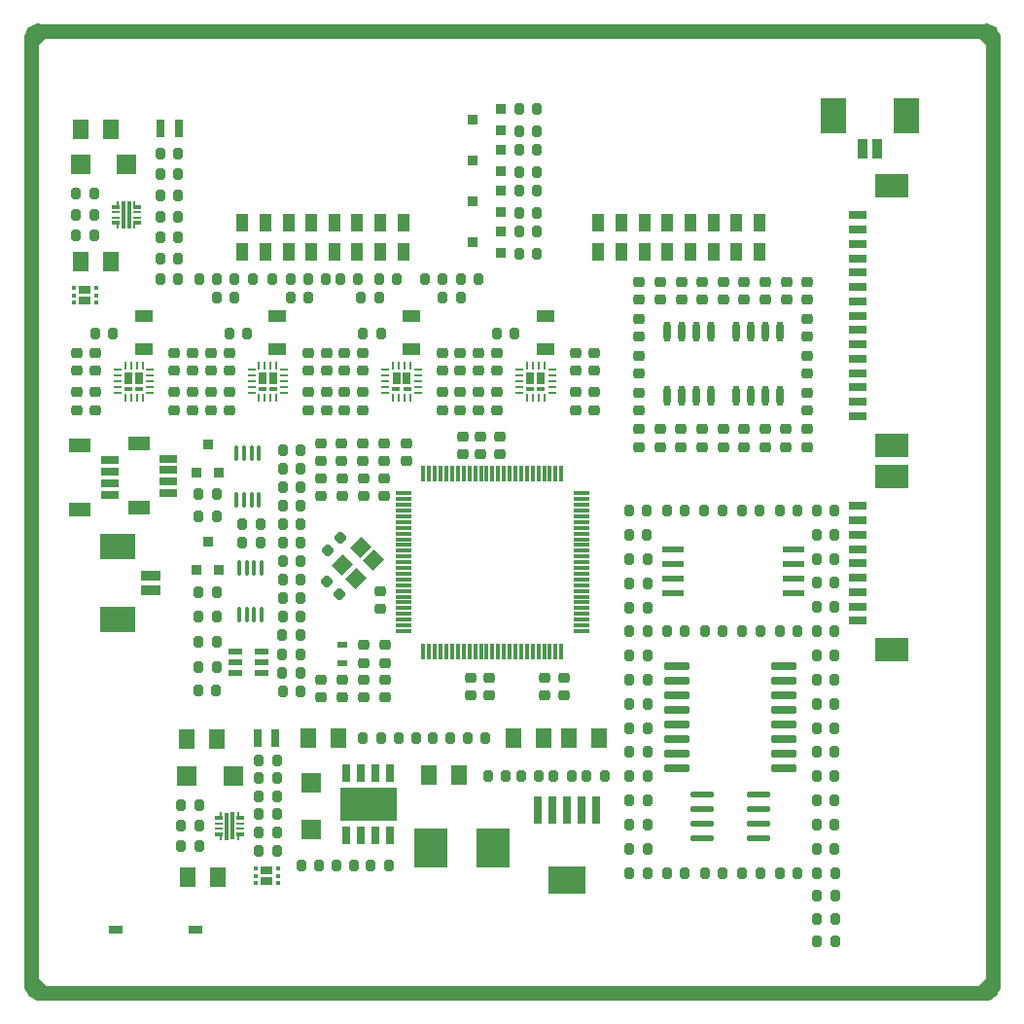
<source format=gtp>
G04*
G04 #@! TF.GenerationSoftware,Altium Limited,Altium Designer,24.1.2 (44)*
G04*
G04 Layer_Color=8421504*
%FSLAX44Y44*%
%MOMM*%
G71*
G04*
G04 #@! TF.SameCoordinates,FCEE4AF4-6A06-48D6-82EE-D5922FD24EB1*
G04*
G04*
G04 #@! TF.FilePolarity,Positive*
G04*
G01*
G75*
%ADD25C,1.2300*%
G04:AMPARAMS|DCode=26|XSize=3.2mm|YSize=2.4mm|CornerRadius=0.048mm|HoleSize=0mm|Usage=FLASHONLY|Rotation=0.000|XOffset=0mm|YOffset=0mm|HoleType=Round|Shape=RoundedRectangle|*
%AMROUNDEDRECTD26*
21,1,3.2000,2.3040,0,0,0.0*
21,1,3.1040,2.4000,0,0,0.0*
1,1,0.0960,1.5520,-1.1520*
1,1,0.0960,-1.5520,-1.1520*
1,1,0.0960,-1.5520,1.1520*
1,1,0.0960,1.5520,1.1520*
%
%ADD26ROUNDEDRECTD26*%
G04:AMPARAMS|DCode=27|XSize=0.7mm|YSize=2.4mm|CornerRadius=0.049mm|HoleSize=0mm|Usage=FLASHONLY|Rotation=0.000|XOffset=0mm|YOffset=0mm|HoleType=Round|Shape=RoundedRectangle|*
%AMROUNDEDRECTD27*
21,1,0.7000,2.3020,0,0,0.0*
21,1,0.6020,2.4000,0,0,0.0*
1,1,0.0980,0.3010,-1.1510*
1,1,0.0980,-0.3010,-1.1510*
1,1,0.0980,-0.3010,1.1510*
1,1,0.0980,0.3010,1.1510*
%
%ADD27ROUNDEDRECTD27*%
%ADD28R,2.2098X3.0988*%
%ADD29R,0.8128X1.7018*%
%ADD30R,0.2500X0.6500*%
%ADD31R,0.6500X0.3000*%
%ADD32R,0.7000X1.0000*%
%ADD33R,0.6500X0.2500*%
%ADD34R,0.6500X0.2286*%
%ADD35R,1.5000X1.0000*%
G04:AMPARAMS|DCode=36|XSize=1.55mm|YSize=0.6mm|CornerRadius=0.03mm|HoleSize=0mm|Usage=FLASHONLY|Rotation=90.000|XOffset=0mm|YOffset=0mm|HoleType=Round|Shape=RoundedRectangle|*
%AMROUNDEDRECTD36*
21,1,1.5500,0.5400,0,0,90.0*
21,1,1.4900,0.6000,0,0,90.0*
1,1,0.0600,0.2700,0.7450*
1,1,0.0600,0.2700,-0.7450*
1,1,0.0600,-0.2700,-0.7450*
1,1,0.0600,-0.2700,0.7450*
%
%ADD36ROUNDEDRECTD36*%
%ADD37R,4.9000X2.9500*%
%ADD38R,0.3300X1.3500*%
%ADD39R,1.3500X0.3300*%
%ADD40R,1.9050X1.2954*%
%ADD41R,1.5494X0.6604*%
%ADD42O,0.3500X1.4000*%
%ADD43R,0.9000X0.9500*%
%ADD44R,1.8000X1.8000*%
%ADD45R,1.8000X1.8000*%
%ADD46R,1.2000X0.6000*%
%ADD47R,1.4000X1.8000*%
%ADD48R,0.3000X2.4000*%
%ADD49R,0.6500X0.3000*%
%ADD50R,0.9000X0.6000*%
%ADD51R,0.8000X1.5000*%
%ADD52R,0.7000X1.5000*%
%ADD53R,1.0000X1.5000*%
%ADD54R,3.0000X2.1000*%
%ADD55R,1.6000X0.8000*%
%ADD56R,1.7018X0.8128*%
%ADD57R,3.0988X2.2098*%
G04:AMPARAMS|DCode=58|XSize=2.16mm|YSize=0.72mm|CornerRadius=0.18mm|HoleSize=0mm|Usage=FLASHONLY|Rotation=0.000|XOffset=0mm|YOffset=0mm|HoleType=Round|Shape=RoundedRectangle|*
%AMROUNDEDRECTD58*
21,1,2.1600,0.3600,0,0,0.0*
21,1,1.8000,0.7200,0,0,0.0*
1,1,0.3600,0.9000,-0.1800*
1,1,0.3600,-0.9000,-0.1800*
1,1,0.3600,-0.9000,0.1800*
1,1,0.3600,0.9000,0.1800*
%
%ADD58ROUNDEDRECTD58*%
%ADD59R,2.9500X3.5000*%
%ADD60R,1.9539X0.5821*%
%ADD61R,0.4500X0.3000*%
G04:AMPARAMS|DCode=62|XSize=0.95mm|YSize=0.85mm|CornerRadius=0.2125mm|HoleSize=0mm|Usage=FLASHONLY|Rotation=0.000|XOffset=0mm|YOffset=0mm|HoleType=Round|Shape=RoundedRectangle|*
%AMROUNDEDRECTD62*
21,1,0.9500,0.4250,0,0,0.0*
21,1,0.5250,0.8500,0,0,0.0*
1,1,0.4250,0.2625,-0.2125*
1,1,0.4250,-0.2625,-0.2125*
1,1,0.4250,-0.2625,0.2125*
1,1,0.4250,0.2625,0.2125*
%
%ADD62ROUNDEDRECTD62*%
%ADD63O,0.6000X1.8000*%
G04:AMPARAMS|DCode=64|XSize=0.95mm|YSize=0.85mm|CornerRadius=0.2125mm|HoleSize=0mm|Usage=FLASHONLY|Rotation=90.000|XOffset=0mm|YOffset=0mm|HoleType=Round|Shape=RoundedRectangle|*
%AMROUNDEDRECTD64*
21,1,0.9500,0.4250,0,0,90.0*
21,1,0.5250,0.8500,0,0,90.0*
1,1,0.4250,0.2125,0.2625*
1,1,0.4250,0.2125,-0.2625*
1,1,0.4250,-0.2125,-0.2625*
1,1,0.4250,-0.2125,0.2625*
%
%ADD64ROUNDEDRECTD64*%
G04:AMPARAMS|DCode=65|XSize=0.95mm|YSize=0.85mm|CornerRadius=0.2125mm|HoleSize=0mm|Usage=FLASHONLY|Rotation=45.000|XOffset=0mm|YOffset=0mm|HoleType=Round|Shape=RoundedRectangle|*
%AMROUNDEDRECTD65*
21,1,0.9500,0.4250,0,0,45.0*
21,1,0.5250,0.8500,0,0,45.0*
1,1,0.4250,0.3359,0.0354*
1,1,0.4250,-0.0354,-0.3359*
1,1,0.4250,-0.3359,-0.0354*
1,1,0.4250,0.0354,0.3359*
%
%ADD65ROUNDEDRECTD65*%
G04:AMPARAMS|DCode=66|XSize=1.4mm|YSize=1.2mm|CornerRadius=0mm|HoleSize=0mm|Usage=FLASHONLY|Rotation=45.000|XOffset=0mm|YOffset=0mm|HoleType=Round|Shape=Rectangle|*
%AMROTATEDRECTD66*
4,1,4,-0.0707,-0.9192,-0.9192,-0.0707,0.0707,0.9192,0.9192,0.0707,-0.0707,-0.9192,0.0*
%
%ADD66ROTATEDRECTD66*%

%ADD67R,1.2000X0.8000*%
G04:AMPARAMS|DCode=68|XSize=0.95mm|YSize=0.85mm|CornerRadius=0.2125mm|HoleSize=0mm|Usage=FLASHONLY|Rotation=315.000|XOffset=0mm|YOffset=0mm|HoleType=Round|Shape=RoundedRectangle|*
%AMROUNDEDRECTD68*
21,1,0.9500,0.4250,0,0,315.0*
21,1,0.5250,0.8500,0,0,315.0*
1,1,0.4250,0.0354,-0.3359*
1,1,0.4250,-0.3359,0.0354*
1,1,0.4250,-0.0354,0.3359*
1,1,0.4250,0.3359,-0.0354*
%
%ADD68ROUNDEDRECTD68*%
%ADD69R,0.9500X0.9000*%
G04:AMPARAMS|DCode=70|XSize=1.96mm|YSize=0.57mm|CornerRadius=0.1397mm|HoleSize=0mm|Usage=FLASHONLY|Rotation=0.000|XOffset=0mm|YOffset=0mm|HoleType=Round|Shape=RoundedRectangle|*
%AMROUNDEDRECTD70*
21,1,1.9600,0.2907,0,0,0.0*
21,1,1.6807,0.5700,0,0,0.0*
1,1,0.2793,0.8404,-0.1454*
1,1,0.2793,-0.8404,-0.1454*
1,1,0.2793,-0.8404,0.1454*
1,1,0.2793,0.8404,0.1454*
%
%ADD70ROUNDEDRECTD70*%
G36*
X837997Y837997D02*
X837984Y830638D01*
X837837D01*
X830440Y838035D01*
X837959D01*
X837997Y837997D01*
D02*
G37*
G36*
X19362Y837984D02*
Y837837D01*
X11965Y830440D01*
Y837959D01*
X12003Y837997D01*
X19362Y837984D01*
D02*
G37*
G36*
X57484Y621488D02*
X57576Y621460D01*
X57661Y621415D01*
X57735Y621354D01*
X57796Y621279D01*
X57841Y621195D01*
X57869Y621103D01*
X57878Y621007D01*
Y614987D01*
X57869Y614892D01*
X57841Y614800D01*
X57796Y614715D01*
X57735Y614641D01*
X57661Y614580D01*
X57576Y614534D01*
X57484Y614507D01*
X57388Y614497D01*
X48368D01*
X48273Y614507D01*
X48181Y614534D01*
X48096Y614580D01*
X48022Y614641D01*
X47961Y614715D01*
X47916Y614800D01*
X47888Y614892D01*
X47878Y614987D01*
Y621007D01*
X47888Y621103D01*
X47916Y621195D01*
X47961Y621279D01*
X48022Y621354D01*
X48096Y621415D01*
X48181Y621460D01*
X48273Y621488D01*
X48368Y621497D01*
X57388D01*
X57484Y621488D01*
D02*
G37*
G36*
Y612488D02*
X57576Y612460D01*
X57661Y612415D01*
X57735Y612354D01*
X57796Y612279D01*
X57841Y612195D01*
X57869Y612103D01*
X57878Y612007D01*
Y605987D01*
X57869Y605892D01*
X57841Y605800D01*
X57796Y605715D01*
X57735Y605641D01*
X57661Y605580D01*
X57576Y605535D01*
X57484Y605507D01*
X57388Y605497D01*
X48368D01*
X48273Y605507D01*
X48181Y605535D01*
X48096Y605580D01*
X48022Y605641D01*
X47961Y605715D01*
X47916Y605800D01*
X47888Y605892D01*
X47878Y605987D01*
Y612007D01*
X47888Y612103D01*
X47916Y612195D01*
X47961Y612279D01*
X48022Y612354D01*
X48096Y612415D01*
X48181Y612460D01*
X48273Y612488D01*
X48368Y612497D01*
X57388D01*
X57484Y612488D01*
D02*
G37*
G36*
X315220Y157180D02*
X284220D01*
Y183180D01*
X315220D01*
Y157180D01*
D02*
G37*
G36*
X215764Y116035D02*
X215856Y116008D01*
X215940Y115962D01*
X216014Y115901D01*
X216075Y115827D01*
X216121Y115742D01*
X216148Y115651D01*
X216158Y115555D01*
Y109535D01*
X216148Y109439D01*
X216121Y109347D01*
X216075Y109263D01*
X216014Y109188D01*
X215940Y109128D01*
X215856Y109082D01*
X215764Y109054D01*
X215668Y109045D01*
X206648D01*
X206552Y109054D01*
X206460Y109082D01*
X206376Y109128D01*
X206301Y109188D01*
X206241Y109263D01*
X206195Y109347D01*
X206167Y109439D01*
X206158Y109535D01*
Y115555D01*
X206167Y115651D01*
X206195Y115742D01*
X206241Y115827D01*
X206301Y115901D01*
X206376Y115962D01*
X206460Y116008D01*
X206552Y116035D01*
X206648Y116045D01*
X215668D01*
X215764Y116035D01*
D02*
G37*
G36*
Y107036D02*
X215856Y107008D01*
X215940Y106962D01*
X216014Y106901D01*
X216075Y106827D01*
X216121Y106742D01*
X216148Y106650D01*
X216158Y106555D01*
Y100535D01*
X216148Y100439D01*
X216121Y100347D01*
X216075Y100263D01*
X216014Y100188D01*
X215940Y100127D01*
X215856Y100082D01*
X215764Y100054D01*
X215668Y100045D01*
X206648D01*
X206552Y100054D01*
X206460Y100082D01*
X206376Y100127D01*
X206301Y100188D01*
X206241Y100263D01*
X206195Y100347D01*
X206167Y100439D01*
X206158Y100535D01*
Y106555D01*
X206167Y106650D01*
X206195Y106742D01*
X206241Y106827D01*
X206301Y106901D01*
X206376Y106962D01*
X206460Y107008D01*
X206552Y107036D01*
X206648Y107045D01*
X215668D01*
X215764Y107036D01*
D02*
G37*
G36*
X838035Y12041D02*
X837997Y12003D01*
X830638Y12016D01*
Y12163D01*
X838035Y19560D01*
Y12041D01*
D02*
G37*
G36*
X19560Y11965D02*
X12041D01*
X12003Y12003D01*
X12016Y19362D01*
X12163D01*
X19560Y11965D01*
D02*
G37*
D25*
X843653Y837997D02*
G03*
X838020Y843646I-5650J0D01*
G01*
X838003Y6347D02*
G03*
X843653Y11984I0J5650D01*
G01*
X6353Y11997D02*
G03*
X11991Y6347I5650J0D01*
G01*
X12003Y843647D02*
G03*
X6353Y838009I0J-5650D01*
G01*
X843653Y11997D02*
X843653Y837971D01*
X12003Y6347D02*
X837978Y6347D01*
X12021Y843647D02*
X838003Y843646D01*
X6353Y12022D02*
X6353Y837997D01*
D26*
X472438Y104620D02*
D03*
D27*
X447038Y165120D02*
D03*
X459738D02*
D03*
X472438D02*
D03*
X485138D02*
D03*
X497838D02*
D03*
D28*
X704850Y769575D02*
D03*
X768350D02*
D03*
D29*
X730350Y740575D02*
D03*
X742850D02*
D03*
D30*
X437707Y552437D02*
D03*
Y524237D02*
D03*
X442707D02*
D03*
X447707D02*
D03*
X452707D02*
D03*
X442707Y552437D02*
D03*
X447707D02*
D03*
X452707D02*
D03*
X321138D02*
D03*
Y524237D02*
D03*
X326138D02*
D03*
X331138D02*
D03*
X336138D02*
D03*
X326138Y552437D02*
D03*
X331138D02*
D03*
X336138D02*
D03*
X204570D02*
D03*
Y524237D02*
D03*
X209570D02*
D03*
X214570D02*
D03*
X219570D02*
D03*
X209570Y552437D02*
D03*
X214570D02*
D03*
X219570D02*
D03*
X88001D02*
D03*
Y524237D02*
D03*
X93001D02*
D03*
X98001D02*
D03*
X103001D02*
D03*
X93001Y552437D02*
D03*
X98001D02*
D03*
X103001D02*
D03*
X186018Y160007D02*
D03*
X171518D02*
D03*
X171518Y142507D02*
D03*
X185989D02*
D03*
X96199Y692010D02*
D03*
X81699D02*
D03*
X81699Y674510D02*
D03*
X96169D02*
D03*
D31*
X440457Y531834D02*
D03*
X449957D02*
D03*
X323889D02*
D03*
X333388D02*
D03*
X207320D02*
D03*
X216820D02*
D03*
X90752D02*
D03*
X100252D02*
D03*
D32*
X440707Y541337D02*
D03*
X449707D02*
D03*
X324138D02*
D03*
X333139D02*
D03*
X207570D02*
D03*
X216570D02*
D03*
X91002D02*
D03*
X100001D02*
D03*
D33*
X430957Y528337D02*
D03*
Y533337D02*
D03*
Y543337D02*
D03*
Y548337D02*
D03*
X459457D02*
D03*
Y543337D02*
D03*
Y538337D02*
D03*
Y533337D02*
D03*
Y528337D02*
D03*
X314389D02*
D03*
Y533337D02*
D03*
Y543337D02*
D03*
Y548337D02*
D03*
X342888D02*
D03*
Y543337D02*
D03*
Y538337D02*
D03*
Y533337D02*
D03*
Y528337D02*
D03*
X197820D02*
D03*
Y533337D02*
D03*
Y543337D02*
D03*
Y548337D02*
D03*
X226320D02*
D03*
Y543337D02*
D03*
Y538337D02*
D03*
Y533337D02*
D03*
Y528337D02*
D03*
X81251D02*
D03*
Y533337D02*
D03*
Y543337D02*
D03*
Y548337D02*
D03*
X109752D02*
D03*
Y543337D02*
D03*
Y538337D02*
D03*
Y533337D02*
D03*
Y528337D02*
D03*
X169518Y153504D02*
D03*
Y149013D02*
D03*
X188018Y153504D02*
D03*
X187988Y149013D02*
D03*
X79699Y685508D02*
D03*
Y681016D02*
D03*
X98199Y685508D02*
D03*
X98169Y681016D02*
D03*
D34*
X430957Y538337D02*
D03*
X314389D02*
D03*
X197820D02*
D03*
X81251D02*
D03*
D35*
X104000Y594990D02*
D03*
Y566527D02*
D03*
X220568Y594990D02*
D03*
Y566527D02*
D03*
X337137Y594990D02*
D03*
Y566527D02*
D03*
X453705Y594990D02*
D03*
Y566527D02*
D03*
D36*
X280670Y143180D02*
D03*
X293370D02*
D03*
X306070D02*
D03*
X318770D02*
D03*
Y197180D02*
D03*
X306070D02*
D03*
X293370D02*
D03*
X280670D02*
D03*
D37*
X299720Y170180D02*
D03*
D38*
X367671Y458499D02*
D03*
X372671D02*
D03*
X377671D02*
D03*
X382671D02*
D03*
X387671D02*
D03*
X392671D02*
D03*
X397671D02*
D03*
X402671D02*
D03*
X407671D02*
D03*
X412671D02*
D03*
X417671D02*
D03*
X422671D02*
D03*
X427671D02*
D03*
X432671D02*
D03*
X437671D02*
D03*
X442671D02*
D03*
X447671D02*
D03*
X452671D02*
D03*
X407671Y303499D02*
D03*
X402671D02*
D03*
X397671D02*
D03*
X392671D02*
D03*
X387671D02*
D03*
X382671D02*
D03*
X377671D02*
D03*
X372671D02*
D03*
X367671D02*
D03*
X362671D02*
D03*
X357671D02*
D03*
X352671D02*
D03*
X347671D02*
D03*
Y458499D02*
D03*
X352671D02*
D03*
X357671D02*
D03*
X362671D02*
D03*
X467671Y303499D02*
D03*
X462671D02*
D03*
X457671D02*
D03*
X452671D02*
D03*
X447671D02*
D03*
X442671D02*
D03*
X437671D02*
D03*
X432671D02*
D03*
X427671D02*
D03*
X422671D02*
D03*
X417671D02*
D03*
X412671D02*
D03*
X457671Y458499D02*
D03*
X462671D02*
D03*
X467671D02*
D03*
D39*
X330171Y320999D02*
D03*
Y325999D02*
D03*
Y330999D02*
D03*
Y335999D02*
D03*
Y340999D02*
D03*
Y345999D02*
D03*
Y350999D02*
D03*
Y355999D02*
D03*
X485171D02*
D03*
Y350999D02*
D03*
Y345999D02*
D03*
Y340999D02*
D03*
Y335999D02*
D03*
Y330999D02*
D03*
Y325999D02*
D03*
Y320999D02*
D03*
X330171Y360999D02*
D03*
Y365999D02*
D03*
Y370999D02*
D03*
Y375999D02*
D03*
Y380999D02*
D03*
Y385999D02*
D03*
Y390999D02*
D03*
Y395999D02*
D03*
Y400999D02*
D03*
Y405999D02*
D03*
Y410999D02*
D03*
Y415999D02*
D03*
Y420999D02*
D03*
Y425999D02*
D03*
Y430999D02*
D03*
Y435999D02*
D03*
Y440999D02*
D03*
X485171D02*
D03*
Y435999D02*
D03*
Y430999D02*
D03*
Y425999D02*
D03*
Y420999D02*
D03*
Y415999D02*
D03*
Y410999D02*
D03*
Y405999D02*
D03*
Y400999D02*
D03*
Y395999D02*
D03*
Y390999D02*
D03*
Y385999D02*
D03*
Y380999D02*
D03*
Y375999D02*
D03*
Y370999D02*
D03*
Y365999D02*
D03*
Y360999D02*
D03*
D40*
X99956Y484184D02*
D03*
Y428184D02*
D03*
X48407Y426954D02*
D03*
Y482954D02*
D03*
D41*
X125756Y471184D02*
D03*
Y461184D02*
D03*
Y451184D02*
D03*
Y441184D02*
D03*
X74207Y439954D02*
D03*
Y449954D02*
D03*
Y459954D02*
D03*
Y469954D02*
D03*
D42*
X193818Y376269D02*
D03*
X200318D02*
D03*
X193818Y335269D02*
D03*
X200318D02*
D03*
X206818Y376269D02*
D03*
X187318D02*
D03*
X206818Y335269D02*
D03*
X187318D02*
D03*
X185068Y435024D02*
D03*
X191568D02*
D03*
X198068D02*
D03*
X204568D02*
D03*
X185068Y476024D02*
D03*
X191568D02*
D03*
X198068D02*
D03*
X204568D02*
D03*
D43*
X169250Y374114D02*
D03*
X150250D02*
D03*
X159750Y399114D02*
D03*
X169250Y458904D02*
D03*
X150250D02*
D03*
X159750Y483904D02*
D03*
D44*
X181763Y195205D02*
D03*
X141763D02*
D03*
X89342Y727453D02*
D03*
X49342D02*
D03*
D45*
X249685Y188656D02*
D03*
Y148656D02*
D03*
D46*
X206977Y303337D02*
D03*
Y293836D02*
D03*
Y284336D02*
D03*
X183977D02*
D03*
Y293836D02*
D03*
Y303337D02*
D03*
D47*
X142311Y107038D02*
D03*
X168311D02*
D03*
X141543Y226652D02*
D03*
X167543D02*
D03*
X352200Y195844D02*
D03*
X378200D02*
D03*
X247768Y227913D02*
D03*
X273768D02*
D03*
X49144Y642448D02*
D03*
X75144D02*
D03*
X49461Y757548D02*
D03*
X75461D02*
D03*
X474660Y227913D02*
D03*
X500660D02*
D03*
X451820Y228271D02*
D03*
X425820D02*
D03*
D48*
X181259Y151257D02*
D03*
X176259Y151246D02*
D03*
X91440Y683260D02*
D03*
X86440Y683249D02*
D03*
D49*
X169518Y144256D02*
D03*
X188018Y158257D02*
D03*
X169518D02*
D03*
X187988Y144257D02*
D03*
X79699Y676260D02*
D03*
X98199Y690260D02*
D03*
X79699D02*
D03*
X98169Y676260D02*
D03*
D50*
X276969Y292990D02*
D03*
Y308990D02*
D03*
D51*
X218933Y227912D02*
D03*
X134675Y758807D02*
D03*
D52*
X202933Y227912D02*
D03*
X118675Y758807D02*
D03*
D53*
X330000Y676500D02*
D03*
Y651500D02*
D03*
X310000Y676500D02*
D03*
Y651500D02*
D03*
X290000Y676500D02*
D03*
Y651500D02*
D03*
X270000Y676500D02*
D03*
Y651500D02*
D03*
X250000Y676500D02*
D03*
Y651500D02*
D03*
X230000Y676500D02*
D03*
Y651500D02*
D03*
X210000Y676500D02*
D03*
Y651500D02*
D03*
X190000Y676500D02*
D03*
Y651500D02*
D03*
X640000Y676500D02*
D03*
Y651500D02*
D03*
X620000Y676500D02*
D03*
Y651500D02*
D03*
X600000Y676500D02*
D03*
Y651500D02*
D03*
X580000Y676500D02*
D03*
Y651500D02*
D03*
X560000Y676500D02*
D03*
Y651500D02*
D03*
X540000Y676500D02*
D03*
Y651500D02*
D03*
X520000Y676500D02*
D03*
Y651500D02*
D03*
X500000Y676500D02*
D03*
Y651500D02*
D03*
D54*
X755000Y482600D02*
D03*
Y708600D02*
D03*
Y455500D02*
D03*
Y304500D02*
D03*
D55*
X726000Y683100D02*
D03*
Y670600D02*
D03*
Y658100D02*
D03*
Y645600D02*
D03*
Y633100D02*
D03*
Y620600D02*
D03*
Y608100D02*
D03*
Y595600D02*
D03*
Y583100D02*
D03*
Y570600D02*
D03*
Y558100D02*
D03*
Y545600D02*
D03*
Y533100D02*
D03*
Y520600D02*
D03*
Y508100D02*
D03*
Y330000D02*
D03*
Y342500D02*
D03*
Y355000D02*
D03*
Y367500D02*
D03*
Y380000D02*
D03*
Y392500D02*
D03*
Y405000D02*
D03*
Y417500D02*
D03*
Y430000D02*
D03*
D56*
X110325Y369470D02*
D03*
Y356970D02*
D03*
D57*
X81325Y394970D02*
D03*
Y331470D02*
D03*
D58*
X661180Y290830D02*
D03*
Y278130D02*
D03*
Y265430D02*
D03*
Y252730D02*
D03*
Y240030D02*
D03*
Y227330D02*
D03*
Y214630D02*
D03*
Y201930D02*
D03*
X568180D02*
D03*
Y214630D02*
D03*
Y227330D02*
D03*
Y240030D02*
D03*
Y252730D02*
D03*
Y265430D02*
D03*
Y278130D02*
D03*
Y290830D02*
D03*
D59*
X353750Y132082D02*
D03*
X408250D02*
D03*
D60*
X564715Y392430D02*
D03*
Y379730D02*
D03*
Y367030D02*
D03*
Y354330D02*
D03*
X669725D02*
D03*
Y367030D02*
D03*
Y379730D02*
D03*
Y392430D02*
D03*
D61*
X43128Y619997D02*
D03*
Y613497D02*
D03*
Y606997D02*
D03*
X62628D02*
D03*
Y613497D02*
D03*
Y619997D02*
D03*
X201408Y101545D02*
D03*
Y108045D02*
D03*
Y114545D02*
D03*
X220908D02*
D03*
Y108045D02*
D03*
Y101545D02*
D03*
D62*
X681860Y592902D02*
D03*
Y577402D02*
D03*
X247431Y528903D02*
D03*
Y513402D02*
D03*
X313530Y453988D02*
D03*
Y438488D02*
D03*
X314362Y293240D02*
D03*
Y308740D02*
D03*
X295625Y263522D02*
D03*
Y279022D02*
D03*
X314362Y263522D02*
D03*
Y279022D02*
D03*
X295625Y293240D02*
D03*
Y308740D02*
D03*
X258149Y279022D02*
D03*
Y263522D02*
D03*
X276887D02*
D03*
Y279022D02*
D03*
X535544Y577402D02*
D03*
Y592902D02*
D03*
Y609470D02*
D03*
Y624970D02*
D03*
X535544Y560835D02*
D03*
Y545335D02*
D03*
Y513268D02*
D03*
Y528768D02*
D03*
X681860Y545335D02*
D03*
Y560835D02*
D03*
X681860Y528768D02*
D03*
Y513268D02*
D03*
Y496700D02*
D03*
Y481200D02*
D03*
X663445Y496700D02*
D03*
Y481200D02*
D03*
X608702D02*
D03*
Y496700D02*
D03*
X626866Y481200D02*
D03*
Y496700D02*
D03*
X645155Y481200D02*
D03*
Y496700D02*
D03*
X663789Y624970D02*
D03*
Y609470D02*
D03*
X645343Y624970D02*
D03*
Y609470D02*
D03*
X627022Y624970D02*
D03*
Y609470D02*
D03*
X681984Y609470D02*
D03*
Y624970D02*
D03*
X535419Y496700D02*
D03*
Y481200D02*
D03*
X590412D02*
D03*
Y496700D02*
D03*
X571998Y481200D02*
D03*
Y496700D02*
D03*
X553708Y481200D02*
D03*
Y496700D02*
D03*
X572185Y624970D02*
D03*
Y609470D02*
D03*
X608702Y624970D02*
D03*
Y609470D02*
D03*
X590381Y624970D02*
D03*
Y609470D02*
D03*
X553740Y609470D02*
D03*
Y624970D02*
D03*
X404969Y264754D02*
D03*
Y280254D02*
D03*
X258024Y438515D02*
D03*
Y454015D02*
D03*
X276455Y469324D02*
D03*
Y484824D02*
D03*
X276762Y438515D02*
D03*
Y454015D02*
D03*
X294993Y469324D02*
D03*
Y484824D02*
D03*
X295499Y438515D02*
D03*
Y454015D02*
D03*
X413956Y490520D02*
D03*
Y475020D02*
D03*
X388986Y280254D02*
D03*
Y264754D02*
D03*
X162520Y528903D02*
D03*
Y513402D02*
D03*
Y563085D02*
D03*
Y547585D02*
D03*
X178349Y513402D02*
D03*
Y528903D02*
D03*
X263260Y513402D02*
D03*
Y528903D02*
D03*
X294917Y513402D02*
D03*
Y528903D02*
D03*
X279088D02*
D03*
Y513402D02*
D03*
X178349Y563085D02*
D03*
Y547585D02*
D03*
X263260Y563085D02*
D03*
Y547585D02*
D03*
X247431Y563085D02*
D03*
Y547585D02*
D03*
X279088Y563085D02*
D03*
Y547585D02*
D03*
X294917Y563085D02*
D03*
Y547585D02*
D03*
X363999Y513402D02*
D03*
Y528903D02*
D03*
X379828Y513402D02*
D03*
Y528903D02*
D03*
X379828Y563085D02*
D03*
Y547585D02*
D03*
X363999Y563085D02*
D03*
Y547585D02*
D03*
X395657Y563085D02*
D03*
Y547585D02*
D03*
X411486Y563085D02*
D03*
Y547585D02*
D03*
X411486Y513402D02*
D03*
Y528903D02*
D03*
X395657D02*
D03*
Y513402D02*
D03*
X496316Y563085D02*
D03*
Y547585D02*
D03*
X480568Y563085D02*
D03*
Y547585D02*
D03*
X480568Y513402D02*
D03*
Y528903D02*
D03*
X496316Y513402D02*
D03*
Y528903D02*
D03*
X313530Y469324D02*
D03*
Y484824D02*
D03*
X130863Y547585D02*
D03*
Y563085D02*
D03*
X61780Y547585D02*
D03*
Y563085D02*
D03*
X146691Y547585D02*
D03*
Y563085D02*
D03*
X45778Y547585D02*
D03*
Y563085D02*
D03*
X61780Y528903D02*
D03*
Y513402D02*
D03*
X45778D02*
D03*
Y528903D02*
D03*
X146691D02*
D03*
Y513402D02*
D03*
X258024Y484824D02*
D03*
Y469324D02*
D03*
X130863Y528903D02*
D03*
Y513402D02*
D03*
X309880Y355984D02*
D03*
Y340484D02*
D03*
X470401Y280254D02*
D03*
Y264754D02*
D03*
X453485Y280254D02*
D03*
Y264754D02*
D03*
X332692Y469324D02*
D03*
Y484824D02*
D03*
X382128Y474928D02*
D03*
Y490428D02*
D03*
X397481Y490428D02*
D03*
Y474928D02*
D03*
D63*
X657860Y582065D02*
D03*
X645160D02*
D03*
X632460D02*
D03*
X619760D02*
D03*
X657860Y525565D02*
D03*
X645160D02*
D03*
X632460D02*
D03*
X619760D02*
D03*
X560070Y525565D02*
D03*
X572770D02*
D03*
X585470D02*
D03*
X598170D02*
D03*
X560070Y582065D02*
D03*
X572770D02*
D03*
X585470D02*
D03*
X598170D02*
D03*
D64*
X690409Y90295D02*
D03*
X705909D02*
D03*
X690409Y50702D02*
D03*
X705909D02*
D03*
X690409Y70498D02*
D03*
X705909D02*
D03*
X705758Y341774D02*
D03*
X690258D02*
D03*
X705758Y363056D02*
D03*
X690258D02*
D03*
X705758Y383829D02*
D03*
X690258D02*
D03*
X705758Y404857D02*
D03*
X690258D02*
D03*
X705758Y425884D02*
D03*
X690258D02*
D03*
X690409Y110472D02*
D03*
X705909D02*
D03*
X690258Y131500D02*
D03*
X705758D02*
D03*
X705758Y173555D02*
D03*
X690258D02*
D03*
X705758Y152527D02*
D03*
X690258D02*
D03*
X705758Y194582D02*
D03*
X690258D02*
D03*
Y215610D02*
D03*
X705758D02*
D03*
Y236637D02*
D03*
X690258D02*
D03*
X690258Y257665D02*
D03*
X705758D02*
D03*
X690258Y278692D02*
D03*
X705758D02*
D03*
X705758Y299720D02*
D03*
X690258D02*
D03*
X705758Y320747D02*
D03*
X690258D02*
D03*
X183262Y611124D02*
D03*
X167762D02*
D03*
X152000Y333591D02*
D03*
X167500D02*
D03*
X152000Y420898D02*
D03*
X167500D02*
D03*
X167500Y355261D02*
D03*
X152000D02*
D03*
X167597Y440351D02*
D03*
X152097D02*
D03*
X447910Y195149D02*
D03*
X432410D02*
D03*
X489770Y195149D02*
D03*
X505270D02*
D03*
X461090D02*
D03*
X476590D02*
D03*
X419230Y195149D02*
D03*
X403730D02*
D03*
X657983Y320622D02*
D03*
X673483D02*
D03*
X625216D02*
D03*
X640716D02*
D03*
X607948Y320622D02*
D03*
X592448D02*
D03*
X575181D02*
D03*
X559681D02*
D03*
X526914Y299570D02*
D03*
X542414D02*
D03*
X574961Y425760D02*
D03*
X559461D02*
D03*
X592283Y425760D02*
D03*
X607783D02*
D03*
X625105D02*
D03*
X640605D02*
D03*
X673428Y425885D02*
D03*
X657928D02*
D03*
X526909Y404624D02*
D03*
X542409D02*
D03*
X526914Y362602D02*
D03*
X542414D02*
D03*
X526914Y383613D02*
D03*
X542414D02*
D03*
X526914Y278559D02*
D03*
X542414D02*
D03*
X526914Y215865D02*
D03*
X542414D02*
D03*
X526914Y257548D02*
D03*
X542414D02*
D03*
X526914Y320747D02*
D03*
X542414D02*
D03*
X526914Y341591D02*
D03*
X542414D02*
D03*
X526914Y195024D02*
D03*
X542414D02*
D03*
X526914Y236707D02*
D03*
X542414D02*
D03*
X526914Y152494D02*
D03*
X542414D02*
D03*
X526914Y131483D02*
D03*
X542414D02*
D03*
X526914Y173759D02*
D03*
X542414D02*
D03*
X526914Y110472D02*
D03*
X542414D02*
D03*
X542138Y425759D02*
D03*
X526638D02*
D03*
X575181Y110472D02*
D03*
X559681D02*
D03*
X657983D02*
D03*
X673483D02*
D03*
X607948D02*
D03*
X592448D02*
D03*
X625216D02*
D03*
X640716D02*
D03*
X118726Y700345D02*
D03*
X134226D02*
D03*
X204392Y177252D02*
D03*
X219892D02*
D03*
X240495Y382001D02*
D03*
X224995D02*
D03*
X224995Y333671D02*
D03*
X240495D02*
D03*
X224995Y349781D02*
D03*
X240495D02*
D03*
X240495Y478662D02*
D03*
X224995D02*
D03*
X224995Y365891D02*
D03*
X240495D02*
D03*
X224995Y462552D02*
D03*
X240495D02*
D03*
X224995Y414221D02*
D03*
X240495D02*
D03*
X224995Y398111D02*
D03*
X240495D02*
D03*
X224995Y430332D02*
D03*
X240495D02*
D03*
X224995Y446442D02*
D03*
X240495D02*
D03*
X205632Y398111D02*
D03*
X190132D02*
D03*
X205632Y414221D02*
D03*
X190132D02*
D03*
X178615Y580255D02*
D03*
X194115D02*
D03*
X295183D02*
D03*
X310683D02*
D03*
X411752D02*
D03*
X427252D02*
D03*
X348967Y627122D02*
D03*
X364467D02*
D03*
X379967Y611124D02*
D03*
X364467D02*
D03*
X395467Y627122D02*
D03*
X379967D02*
D03*
X231903Y627122D02*
D03*
X216403D02*
D03*
X167762D02*
D03*
X152262D02*
D03*
X77546Y580255D02*
D03*
X62046D02*
D03*
X231903Y611124D02*
D03*
X247403D02*
D03*
Y627122D02*
D03*
X262903D02*
D03*
X183262D02*
D03*
X198762D02*
D03*
X275308D02*
D03*
X290808D02*
D03*
X293359Y611124D02*
D03*
X308859D02*
D03*
Y627122D02*
D03*
X324359D02*
D03*
X204392Y129972D02*
D03*
X219892D02*
D03*
X219892Y145732D02*
D03*
X204392D02*
D03*
X204392Y193012D02*
D03*
X219892D02*
D03*
X219892Y208773D02*
D03*
X204392D02*
D03*
X219892Y161492D02*
D03*
X204392D02*
D03*
X152254Y169291D02*
D03*
X136754D02*
D03*
X152254Y133973D02*
D03*
X136754D02*
D03*
Y151507D02*
D03*
X152254D02*
D03*
X256670Y117300D02*
D03*
X241170D02*
D03*
X287015D02*
D03*
X271515D02*
D03*
X401450Y227913D02*
D03*
X385950D02*
D03*
X295025D02*
D03*
X310525D02*
D03*
X370970D02*
D03*
X355470D02*
D03*
X325909D02*
D03*
X341409D02*
D03*
X317360Y117300D02*
D03*
X301860D02*
D03*
X118726Y682041D02*
D03*
X134226D02*
D03*
X118726Y645433D02*
D03*
X134226D02*
D03*
X118726Y718649D02*
D03*
X134226D02*
D03*
X134226Y736953D02*
D03*
X118726D02*
D03*
X134226Y663737D02*
D03*
X118726D02*
D03*
X134226Y627130D02*
D03*
X118726D02*
D03*
X60836Y701802D02*
D03*
X45336D02*
D03*
X60704Y665194D02*
D03*
X45204D02*
D03*
X45204Y683373D02*
D03*
X60704D02*
D03*
X240393Y317220D02*
D03*
X224893D02*
D03*
X240393Y301045D02*
D03*
X224893D02*
D03*
X167474Y311635D02*
D03*
X151973D02*
D03*
X240278Y284986D02*
D03*
X224778D02*
D03*
X166845Y269173D02*
D03*
X151346D02*
D03*
X224957Y268886D02*
D03*
X240457D02*
D03*
X151973Y289791D02*
D03*
X167474D02*
D03*
X430924Y649884D02*
D03*
X446424D02*
D03*
X430924Y685444D02*
D03*
X446424D02*
D03*
X430924Y721004D02*
D03*
X446424D02*
D03*
X430924Y756564D02*
D03*
X446424D02*
D03*
X430924Y668884D02*
D03*
X446424D02*
D03*
X430924Y704444D02*
D03*
X446424D02*
D03*
X430924Y740004D02*
D03*
X446424D02*
D03*
X430924Y775564D02*
D03*
X446424D02*
D03*
D65*
X263336Y363997D02*
D03*
X274296Y353037D02*
D03*
D66*
X288709Y367076D02*
D03*
X304265Y382632D02*
D03*
X292951Y393946D02*
D03*
X277395Y378390D02*
D03*
D67*
X79300Y60960D02*
D03*
X149300D02*
D03*
D68*
X264327Y391512D02*
D03*
X275287Y402472D02*
D03*
D69*
X415084Y669138D02*
D03*
X390084Y659638D02*
D03*
X415084Y650138D02*
D03*
Y704698D02*
D03*
X390084Y695198D02*
D03*
X415084Y685698D02*
D03*
Y740258D02*
D03*
X390084Y730758D02*
D03*
X415084Y721258D02*
D03*
Y775818D02*
D03*
X390084Y766318D02*
D03*
X415084Y756818D02*
D03*
D70*
X639380Y140970D02*
D03*
Y153670D02*
D03*
Y166370D02*
D03*
Y179070D02*
D03*
X589980D02*
D03*
Y166370D02*
D03*
Y153670D02*
D03*
Y140970D02*
D03*
M02*

</source>
